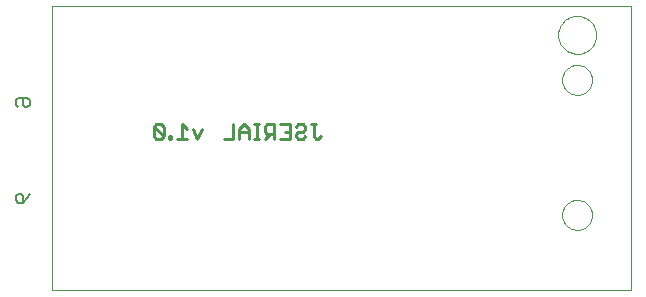
<source format=gbo>
G75*
G70*
%OFA0B0*%
%FSLAX24Y24*%
%IPPOS*%
%LPD*%
%AMOC8*
5,1,8,0,0,1.08239X$1,22.5*
%
%ADD10C,0.0000*%
%ADD11C,0.0090*%
%ADD12C,0.0050*%
D10*
X004777Y002056D02*
X004777Y011505D01*
X024069Y011505D01*
X024069Y002056D01*
X004777Y002056D01*
X021777Y004556D02*
X021779Y004600D01*
X021785Y004644D01*
X021795Y004687D01*
X021808Y004729D01*
X021825Y004770D01*
X021846Y004809D01*
X021870Y004846D01*
X021897Y004881D01*
X021927Y004913D01*
X021960Y004943D01*
X021996Y004969D01*
X022033Y004993D01*
X022073Y005012D01*
X022114Y005029D01*
X022157Y005041D01*
X022200Y005050D01*
X022244Y005055D01*
X022288Y005056D01*
X022332Y005053D01*
X022376Y005046D01*
X022419Y005035D01*
X022461Y005021D01*
X022501Y005003D01*
X022540Y004981D01*
X022576Y004957D01*
X022610Y004929D01*
X022642Y004898D01*
X022671Y004864D01*
X022697Y004828D01*
X022719Y004790D01*
X022738Y004750D01*
X022753Y004708D01*
X022765Y004666D01*
X022773Y004622D01*
X022777Y004578D01*
X022777Y004534D01*
X022773Y004490D01*
X022765Y004446D01*
X022753Y004404D01*
X022738Y004362D01*
X022719Y004322D01*
X022697Y004284D01*
X022671Y004248D01*
X022642Y004214D01*
X022610Y004183D01*
X022576Y004155D01*
X022540Y004131D01*
X022501Y004109D01*
X022461Y004091D01*
X022419Y004077D01*
X022376Y004066D01*
X022332Y004059D01*
X022288Y004056D01*
X022244Y004057D01*
X022200Y004062D01*
X022157Y004071D01*
X022114Y004083D01*
X022073Y004100D01*
X022033Y004119D01*
X021996Y004143D01*
X021960Y004169D01*
X021927Y004199D01*
X021897Y004231D01*
X021870Y004266D01*
X021846Y004303D01*
X021825Y004342D01*
X021808Y004383D01*
X021795Y004425D01*
X021785Y004468D01*
X021779Y004512D01*
X021777Y004556D01*
X021777Y009056D02*
X021779Y009100D01*
X021785Y009144D01*
X021795Y009187D01*
X021808Y009229D01*
X021825Y009270D01*
X021846Y009309D01*
X021870Y009346D01*
X021897Y009381D01*
X021927Y009413D01*
X021960Y009443D01*
X021996Y009469D01*
X022033Y009493D01*
X022073Y009512D01*
X022114Y009529D01*
X022157Y009541D01*
X022200Y009550D01*
X022244Y009555D01*
X022288Y009556D01*
X022332Y009553D01*
X022376Y009546D01*
X022419Y009535D01*
X022461Y009521D01*
X022501Y009503D01*
X022540Y009481D01*
X022576Y009457D01*
X022610Y009429D01*
X022642Y009398D01*
X022671Y009364D01*
X022697Y009328D01*
X022719Y009290D01*
X022738Y009250D01*
X022753Y009208D01*
X022765Y009166D01*
X022773Y009122D01*
X022777Y009078D01*
X022777Y009034D01*
X022773Y008990D01*
X022765Y008946D01*
X022753Y008904D01*
X022738Y008862D01*
X022719Y008822D01*
X022697Y008784D01*
X022671Y008748D01*
X022642Y008714D01*
X022610Y008683D01*
X022576Y008655D01*
X022540Y008631D01*
X022501Y008609D01*
X022461Y008591D01*
X022419Y008577D01*
X022376Y008566D01*
X022332Y008559D01*
X022288Y008556D01*
X022244Y008557D01*
X022200Y008562D01*
X022157Y008571D01*
X022114Y008583D01*
X022073Y008600D01*
X022033Y008619D01*
X021996Y008643D01*
X021960Y008669D01*
X021927Y008699D01*
X021897Y008731D01*
X021870Y008766D01*
X021846Y008803D01*
X021825Y008842D01*
X021808Y008883D01*
X021795Y008925D01*
X021785Y008968D01*
X021779Y009012D01*
X021777Y009056D01*
X021647Y010556D02*
X021649Y010606D01*
X021655Y010656D01*
X021665Y010705D01*
X021679Y010753D01*
X021696Y010800D01*
X021717Y010845D01*
X021742Y010889D01*
X021770Y010930D01*
X021802Y010969D01*
X021836Y011006D01*
X021873Y011040D01*
X021913Y011070D01*
X021955Y011097D01*
X021999Y011121D01*
X022045Y011142D01*
X022092Y011158D01*
X022140Y011171D01*
X022190Y011180D01*
X022239Y011185D01*
X022290Y011186D01*
X022340Y011183D01*
X022389Y011176D01*
X022438Y011165D01*
X022486Y011150D01*
X022532Y011132D01*
X022577Y011110D01*
X022620Y011084D01*
X022661Y011055D01*
X022700Y011023D01*
X022736Y010988D01*
X022768Y010950D01*
X022798Y010910D01*
X022825Y010867D01*
X022848Y010823D01*
X022867Y010777D01*
X022883Y010729D01*
X022895Y010680D01*
X022903Y010631D01*
X022907Y010581D01*
X022907Y010531D01*
X022903Y010481D01*
X022895Y010432D01*
X022883Y010383D01*
X022867Y010335D01*
X022848Y010289D01*
X022825Y010245D01*
X022798Y010202D01*
X022768Y010162D01*
X022736Y010124D01*
X022700Y010089D01*
X022661Y010057D01*
X022620Y010028D01*
X022577Y010002D01*
X022532Y009980D01*
X022486Y009962D01*
X022438Y009947D01*
X022389Y009936D01*
X022340Y009929D01*
X022290Y009926D01*
X022239Y009927D01*
X022190Y009932D01*
X022140Y009941D01*
X022092Y009954D01*
X022045Y009970D01*
X021999Y009991D01*
X021955Y010015D01*
X021913Y010042D01*
X021873Y010072D01*
X021836Y010106D01*
X021802Y010143D01*
X021770Y010182D01*
X021742Y010223D01*
X021717Y010267D01*
X021696Y010312D01*
X021679Y010359D01*
X021665Y010407D01*
X021655Y010456D01*
X021649Y010506D01*
X021647Y010556D01*
D11*
X013732Y007179D02*
X013654Y007101D01*
X013576Y007101D01*
X013497Y007179D01*
X013497Y007571D01*
X013419Y007571D02*
X013576Y007571D01*
X013217Y007493D02*
X013217Y007415D01*
X013138Y007336D01*
X012981Y007336D01*
X012903Y007258D01*
X012903Y007179D01*
X012981Y007101D01*
X013138Y007101D01*
X013217Y007179D01*
X013217Y007493D02*
X013138Y007571D01*
X012981Y007571D01*
X012903Y007493D01*
X012701Y007571D02*
X012701Y007101D01*
X012387Y007101D01*
X012185Y007101D02*
X012185Y007571D01*
X011950Y007571D01*
X011872Y007493D01*
X011872Y007336D01*
X011950Y007258D01*
X012185Y007258D01*
X012029Y007258D02*
X011872Y007101D01*
X011670Y007101D02*
X011513Y007101D01*
X011591Y007101D02*
X011591Y007571D01*
X011513Y007571D02*
X011670Y007571D01*
X011326Y007415D02*
X011169Y007571D01*
X011012Y007415D01*
X011012Y007101D01*
X010810Y007101D02*
X010497Y007101D01*
X010810Y007101D02*
X010810Y007571D01*
X011012Y007336D02*
X011326Y007336D01*
X011326Y007415D02*
X011326Y007101D01*
X012387Y007571D02*
X012701Y007571D01*
X012701Y007336D02*
X012544Y007336D01*
X009779Y007415D02*
X009622Y007101D01*
X009466Y007415D01*
X009264Y007415D02*
X009107Y007571D01*
X009107Y007101D01*
X009264Y007101D02*
X008950Y007101D01*
X008748Y007101D02*
X008748Y007179D01*
X008670Y007179D01*
X008670Y007101D01*
X008748Y007101D01*
X008490Y007179D02*
X008177Y007493D01*
X008177Y007179D01*
X008255Y007101D01*
X008412Y007101D01*
X008490Y007179D01*
X008490Y007493D01*
X008412Y007571D01*
X008255Y007571D01*
X008177Y007493D01*
D12*
X004027Y008234D02*
X003952Y008159D01*
X003877Y008159D01*
X003802Y008234D01*
X003802Y008459D01*
X003652Y008459D02*
X003952Y008459D01*
X004027Y008384D01*
X004027Y008234D01*
X003652Y008159D02*
X003577Y008234D01*
X003577Y008384D01*
X003652Y008459D01*
X003652Y005263D02*
X003727Y005263D01*
X003802Y005188D01*
X003802Y004963D01*
X003652Y004963D01*
X003577Y005038D01*
X003577Y005188D01*
X003652Y005263D01*
X003952Y005113D02*
X003802Y004963D01*
X003952Y005113D02*
X004027Y005263D01*
M02*

</source>
